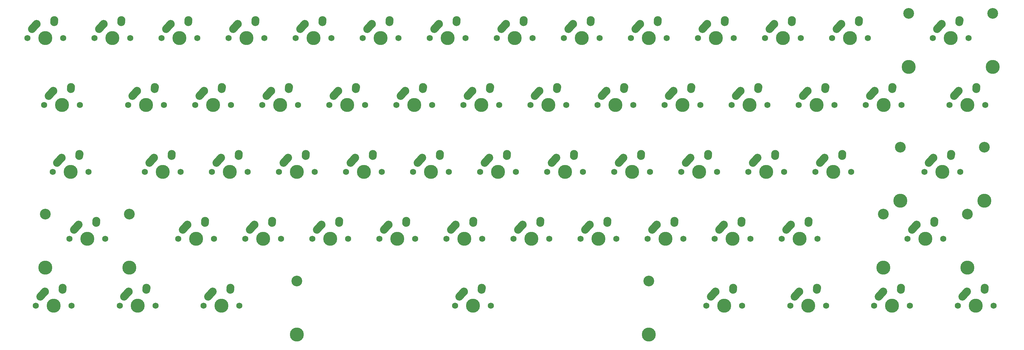
<source format=gbr>
%TF.GenerationSoftware,KiCad,Pcbnew,(6.0.5)*%
%TF.CreationDate,2023-04-01T18:57:01-04:00*%
%TF.ProjectId,paperweight 60,70617065-7277-4656-9967-68742036302e,rev?*%
%TF.SameCoordinates,Original*%
%TF.FileFunction,Soldermask,Bot*%
%TF.FilePolarity,Negative*%
%FSLAX46Y46*%
G04 Gerber Fmt 4.6, Leading zero omitted, Abs format (unit mm)*
G04 Created by KiCad (PCBNEW (6.0.5)) date 2023-04-01 18:57:01*
%MOMM*%
%LPD*%
G01*
G04 APERTURE LIST*
G04 Aperture macros list*
%AMHorizOval*
0 Thick line with rounded ends*
0 $1 width*
0 $2 $3 position (X,Y) of the first rounded end (center of the circle)*
0 $4 $5 position (X,Y) of the second rounded end (center of the circle)*
0 Add line between two ends*
20,1,$1,$2,$3,$4,$5,0*
0 Add two circle primitives to create the rounded ends*
1,1,$1,$2,$3*
1,1,$1,$4,$5*%
G04 Aperture macros list end*
%ADD10C,1.750000*%
%ADD11C,3.987800*%
%ADD12C,2.250000*%
%ADD13HorizOval,2.250000X0.655001X0.730000X-0.655001X-0.730000X0*%
%ADD14HorizOval,2.250000X0.020000X0.290000X-0.020000X-0.290000X0*%
%ADD15C,3.048000*%
G04 APERTURE END LIST*
D10*
%TO.C,MX61*%
X271145000Y-50800000D03*
D11*
X276225000Y-50800000D03*
D10*
X281305000Y-50800000D03*
D12*
X273725000Y-46800000D03*
D13*
X273070001Y-47530000D03*
D14*
X278745000Y-46010000D03*
D12*
X278765000Y-45720000D03*
%TD*%
D10*
%TO.C,MX60*%
X276542500Y-31750000D03*
D11*
X283400500Y-40005000D03*
X271462500Y-31750000D03*
D15*
X283400500Y-24765000D03*
D11*
X259524500Y-40005000D03*
D10*
X266382500Y-31750000D03*
D15*
X259524500Y-24765000D03*
D13*
X268307501Y-28480000D03*
D12*
X268962500Y-27750000D03*
D14*
X273982500Y-26960000D03*
D12*
X274002500Y-26670000D03*
%TD*%
D15*
%TO.C,MX59*%
X281019250Y-62865000D03*
D11*
X257143250Y-78105000D03*
D10*
X274161250Y-69850000D03*
D15*
X257143250Y-62865000D03*
D11*
X269081250Y-69850000D03*
D10*
X264001250Y-69850000D03*
D11*
X281019250Y-78105000D03*
D12*
X266581250Y-65850000D03*
D13*
X265926251Y-66580000D03*
D12*
X271621250Y-64770000D03*
D14*
X271601250Y-65060000D03*
%TD*%
D10*
%TO.C,MX58*%
X257492500Y-50800000D03*
X247332500Y-50800000D03*
D11*
X252412500Y-50800000D03*
D12*
X249912500Y-46800000D03*
D13*
X249257501Y-47530000D03*
D12*
X254952500Y-45720000D03*
D14*
X254932500Y-46010000D03*
%TD*%
D10*
%TO.C,MX57*%
X247967500Y-31750000D03*
X237807500Y-31750000D03*
D11*
X242887500Y-31750000D03*
D12*
X240387500Y-27750000D03*
D13*
X239732501Y-28480000D03*
D12*
X245427500Y-26670000D03*
D14*
X245407500Y-26960000D03*
%TD*%
D15*
%TO.C,MX56*%
X252380750Y-81915000D03*
D11*
X252380750Y-97155000D03*
D10*
X259238750Y-88900000D03*
D11*
X276256750Y-97155000D03*
D10*
X269398750Y-88900000D03*
D11*
X264318750Y-88900000D03*
D15*
X276256750Y-81915000D03*
D12*
X261818750Y-84900000D03*
D13*
X261163751Y-85630000D03*
D14*
X266838750Y-84110000D03*
D12*
X266858750Y-83820000D03*
%TD*%
D10*
%TO.C,MX55*%
X243205000Y-69850000D03*
X233045000Y-69850000D03*
D11*
X238125000Y-69850000D03*
D12*
X235625000Y-65850000D03*
D13*
X234970001Y-66580000D03*
D12*
X240665000Y-64770000D03*
D14*
X240645000Y-65060000D03*
%TD*%
D10*
%TO.C,MX54*%
X238442500Y-50800000D03*
X228282500Y-50800000D03*
D11*
X233362500Y-50800000D03*
D12*
X230862500Y-46800000D03*
D13*
X230207501Y-47530000D03*
D12*
X235902500Y-45720000D03*
D14*
X235882500Y-46010000D03*
%TD*%
D10*
%TO.C,MX53*%
X228917500Y-31750000D03*
X218757500Y-31750000D03*
D11*
X223837500Y-31750000D03*
D12*
X221337500Y-27750000D03*
D13*
X220682501Y-28480000D03*
D12*
X226377500Y-26670000D03*
D14*
X226357500Y-26960000D03*
%TD*%
D10*
%TO.C,MX52*%
X233680000Y-88900000D03*
X223520000Y-88900000D03*
D11*
X228600000Y-88900000D03*
D12*
X226100000Y-84900000D03*
D13*
X225445001Y-85630000D03*
D12*
X231140000Y-83820000D03*
D14*
X231120000Y-84110000D03*
%TD*%
D10*
%TO.C,MX51*%
X224155000Y-69850000D03*
X213995000Y-69850000D03*
D11*
X219075000Y-69850000D03*
D12*
X216575000Y-65850000D03*
D13*
X215920001Y-66580000D03*
D12*
X221615000Y-64770000D03*
D14*
X221595000Y-65060000D03*
%TD*%
D10*
%TO.C,MX50*%
X219392500Y-50800000D03*
X209232500Y-50800000D03*
D11*
X214312500Y-50800000D03*
D12*
X211812500Y-46800000D03*
D13*
X211157501Y-47530000D03*
D12*
X216852500Y-45720000D03*
D14*
X216832500Y-46010000D03*
%TD*%
D10*
%TO.C,MX49*%
X209867500Y-31750000D03*
X199707500Y-31750000D03*
D11*
X204787500Y-31750000D03*
D12*
X202287500Y-27750000D03*
D13*
X201632501Y-28480000D03*
D12*
X207327500Y-26670000D03*
D14*
X207307500Y-26960000D03*
%TD*%
D10*
%TO.C,MX48*%
X214630000Y-88900000D03*
X204470000Y-88900000D03*
D11*
X209550000Y-88900000D03*
D12*
X207050000Y-84900000D03*
D13*
X206395001Y-85630000D03*
D12*
X212090000Y-83820000D03*
D14*
X212070000Y-84110000D03*
%TD*%
D10*
%TO.C,MX47*%
X205105000Y-69850000D03*
X194945000Y-69850000D03*
D11*
X200025000Y-69850000D03*
D12*
X197525000Y-65850000D03*
D13*
X196870001Y-66580000D03*
D12*
X202565000Y-64770000D03*
D14*
X202545000Y-65060000D03*
%TD*%
D10*
%TO.C,MX46*%
X200342500Y-50800000D03*
X190182500Y-50800000D03*
D11*
X195262500Y-50800000D03*
D12*
X192762500Y-46800000D03*
D13*
X192107501Y-47530000D03*
D12*
X197802500Y-45720000D03*
D14*
X197782500Y-46010000D03*
%TD*%
D10*
%TO.C,MX45*%
X190817500Y-31750000D03*
X180657500Y-31750000D03*
D11*
X185737500Y-31750000D03*
D12*
X183237500Y-27750000D03*
D13*
X182582501Y-28480000D03*
D12*
X188277500Y-26670000D03*
D14*
X188257500Y-26960000D03*
%TD*%
D10*
%TO.C,MX44*%
X195580000Y-88900000D03*
X185420000Y-88900000D03*
D11*
X190500000Y-88900000D03*
D12*
X188000000Y-84900000D03*
D13*
X187345001Y-85630000D03*
D12*
X193040000Y-83820000D03*
D14*
X193020000Y-84110000D03*
%TD*%
D10*
%TO.C,MX43*%
X186055000Y-69850000D03*
X175895000Y-69850000D03*
D11*
X180975000Y-69850000D03*
D12*
X178475000Y-65850000D03*
D13*
X177820001Y-66580000D03*
D12*
X183515000Y-64770000D03*
D14*
X183495000Y-65060000D03*
%TD*%
D10*
%TO.C,MX42*%
X181292500Y-50800000D03*
X171132500Y-50800000D03*
D11*
X176212500Y-50800000D03*
D12*
X173712500Y-46800000D03*
D13*
X173057501Y-47530000D03*
D12*
X178752500Y-45720000D03*
D14*
X178732500Y-46010000D03*
%TD*%
D10*
%TO.C,MX41*%
X171767500Y-31750000D03*
X161607500Y-31750000D03*
D11*
X166687500Y-31750000D03*
D12*
X164187500Y-27750000D03*
D13*
X163532501Y-28480000D03*
D12*
X169227500Y-26670000D03*
D14*
X169207500Y-26960000D03*
%TD*%
D10*
%TO.C,MX40*%
X273526250Y-107950000D03*
X283686250Y-107950000D03*
D11*
X278606250Y-107950000D03*
D13*
X275451251Y-104680000D03*
D12*
X276106250Y-103950000D03*
X281146250Y-102870000D03*
D14*
X281126250Y-103160000D03*
%TD*%
D10*
%TO.C,MX39*%
X176530000Y-88900000D03*
X166370000Y-88900000D03*
D11*
X171450000Y-88900000D03*
D12*
X168950000Y-84900000D03*
D13*
X168295001Y-85630000D03*
D12*
X173990000Y-83820000D03*
D14*
X173970000Y-84110000D03*
%TD*%
D10*
%TO.C,MX38*%
X167005000Y-69850000D03*
X156845000Y-69850000D03*
D11*
X161925000Y-69850000D03*
D12*
X159425000Y-65850000D03*
D13*
X158770001Y-66580000D03*
D12*
X164465000Y-64770000D03*
D14*
X164445000Y-65060000D03*
%TD*%
D10*
%TO.C,MX37*%
X162242500Y-50800000D03*
X152082500Y-50800000D03*
D11*
X157162500Y-50800000D03*
D12*
X154662500Y-46800000D03*
D13*
X154007501Y-47530000D03*
D12*
X159702500Y-45720000D03*
D14*
X159682500Y-46010000D03*
%TD*%
D10*
%TO.C,MX36*%
X152717500Y-31750000D03*
X142557500Y-31750000D03*
D11*
X147637500Y-31750000D03*
D12*
X145137500Y-27750000D03*
D13*
X144482501Y-28480000D03*
D12*
X150177500Y-26670000D03*
D14*
X150157500Y-26960000D03*
%TD*%
D10*
%TO.C,MX35*%
X249713750Y-107950000D03*
X259873750Y-107950000D03*
D11*
X254793750Y-107950000D03*
D13*
X251638751Y-104680000D03*
D12*
X252293750Y-103950000D03*
X257333750Y-102870000D03*
D14*
X257313750Y-103160000D03*
%TD*%
D10*
%TO.C,MX34*%
X157480000Y-88900000D03*
X147320000Y-88900000D03*
D11*
X152400000Y-88900000D03*
D12*
X149900000Y-84900000D03*
D13*
X149245001Y-85630000D03*
D12*
X154940000Y-83820000D03*
D14*
X154920000Y-84110000D03*
%TD*%
D10*
%TO.C,MX33*%
X147955000Y-69850000D03*
X137795000Y-69850000D03*
D11*
X142875000Y-69850000D03*
D12*
X140375000Y-65850000D03*
D13*
X139720001Y-66580000D03*
D12*
X145415000Y-64770000D03*
D14*
X145395000Y-65060000D03*
%TD*%
D10*
%TO.C,MX32*%
X143192500Y-50800000D03*
X133032500Y-50800000D03*
D11*
X138112500Y-50800000D03*
D12*
X135612500Y-46800000D03*
D13*
X134957501Y-47530000D03*
D12*
X140652500Y-45720000D03*
D14*
X140632500Y-46010000D03*
%TD*%
D10*
%TO.C,MX31*%
X133667500Y-31750000D03*
X123507500Y-31750000D03*
D11*
X128587500Y-31750000D03*
D12*
X126087500Y-27750000D03*
D13*
X125432501Y-28480000D03*
D12*
X131127500Y-26670000D03*
D14*
X131107500Y-26960000D03*
%TD*%
D10*
%TO.C,MX30*%
X225901250Y-107950000D03*
X236061250Y-107950000D03*
D11*
X230981250Y-107950000D03*
D13*
X227826251Y-104680000D03*
D12*
X228481250Y-103950000D03*
X233521250Y-102870000D03*
D14*
X233501250Y-103160000D03*
%TD*%
D10*
%TO.C,MX29*%
X138430000Y-88900000D03*
X128270000Y-88900000D03*
D11*
X133350000Y-88900000D03*
D12*
X130850000Y-84900000D03*
D13*
X130195001Y-85630000D03*
D12*
X135890000Y-83820000D03*
D14*
X135870000Y-84110000D03*
%TD*%
D10*
%TO.C,MX28*%
X128905000Y-69850000D03*
X118745000Y-69850000D03*
D11*
X123825000Y-69850000D03*
D12*
X121325000Y-65850000D03*
D13*
X120670001Y-66580000D03*
D12*
X126365000Y-64770000D03*
D14*
X126345000Y-65060000D03*
%TD*%
D10*
%TO.C,MX27*%
X124142500Y-50800000D03*
X113982500Y-50800000D03*
D11*
X119062500Y-50800000D03*
D12*
X116562500Y-46800000D03*
D13*
X115907501Y-47530000D03*
D12*
X121602500Y-45720000D03*
D14*
X121582500Y-46010000D03*
%TD*%
D10*
%TO.C,MX26*%
X114617500Y-31750000D03*
X104457500Y-31750000D03*
D11*
X109537500Y-31750000D03*
D12*
X107037500Y-27750000D03*
D13*
X106382501Y-28480000D03*
D12*
X112077500Y-26670000D03*
D14*
X112057500Y-26960000D03*
%TD*%
D10*
%TO.C,MX25*%
X202088750Y-107950000D03*
X212248750Y-107950000D03*
D11*
X207168750Y-107950000D03*
D13*
X204013751Y-104680000D03*
D12*
X204668750Y-103950000D03*
X209708750Y-102870000D03*
D14*
X209688750Y-103160000D03*
%TD*%
D10*
%TO.C,MX24*%
X119380000Y-88900000D03*
X109220000Y-88900000D03*
D11*
X114300000Y-88900000D03*
D12*
X111800000Y-84900000D03*
D13*
X111145001Y-85630000D03*
D12*
X116840000Y-83820000D03*
D14*
X116820000Y-84110000D03*
%TD*%
D10*
%TO.C,MX23*%
X109855000Y-69850000D03*
X99695000Y-69850000D03*
D11*
X104775000Y-69850000D03*
D12*
X102275000Y-65850000D03*
D13*
X101620001Y-66580000D03*
D12*
X107315000Y-64770000D03*
D14*
X107295000Y-65060000D03*
%TD*%
D10*
%TO.C,MX22*%
X105092500Y-50800000D03*
X94932500Y-50800000D03*
D11*
X100012500Y-50800000D03*
D12*
X97512500Y-46800000D03*
D13*
X96857501Y-47530000D03*
D12*
X102552500Y-45720000D03*
D14*
X102532500Y-46010000D03*
%TD*%
D10*
%TO.C,MX21*%
X95567500Y-31750000D03*
X85407500Y-31750000D03*
D11*
X90487500Y-31750000D03*
D12*
X87987500Y-27750000D03*
D13*
X87332501Y-28480000D03*
D12*
X93027500Y-26670000D03*
D14*
X93007500Y-26960000D03*
%TD*%
D15*
%TO.C,MX20*%
X85731350Y-100965000D03*
D10*
X130651250Y-107950000D03*
D11*
X85731350Y-116205000D03*
D10*
X140811250Y-107950000D03*
D11*
X185731150Y-116205000D03*
D15*
X185731150Y-100965000D03*
D11*
X135731250Y-107950000D03*
D12*
X133231250Y-103950000D03*
D13*
X132576251Y-104680000D03*
D14*
X138251250Y-103160000D03*
D12*
X138271250Y-102870000D03*
%TD*%
D10*
%TO.C,MX19*%
X100330000Y-88900000D03*
X90170000Y-88900000D03*
D11*
X95250000Y-88900000D03*
D12*
X92750000Y-84900000D03*
D13*
X92095001Y-85630000D03*
D12*
X97790000Y-83820000D03*
D14*
X97770000Y-84110000D03*
%TD*%
D10*
%TO.C,MX18*%
X90805000Y-69850000D03*
X80645000Y-69850000D03*
D11*
X85725000Y-69850000D03*
D12*
X83225000Y-65850000D03*
D13*
X82570001Y-66580000D03*
D12*
X88265000Y-64770000D03*
D14*
X88245000Y-65060000D03*
%TD*%
D10*
%TO.C,MX17*%
X86042500Y-50800000D03*
X75882500Y-50800000D03*
D11*
X80962500Y-50800000D03*
D12*
X78462500Y-46800000D03*
D13*
X77807501Y-47530000D03*
D12*
X83502500Y-45720000D03*
D14*
X83482500Y-46010000D03*
%TD*%
D10*
%TO.C,MX16*%
X76517500Y-31750000D03*
X66357500Y-31750000D03*
D11*
X71437500Y-31750000D03*
D12*
X68937500Y-27750000D03*
D13*
X68282501Y-28480000D03*
D12*
X73977500Y-26670000D03*
D14*
X73957500Y-26960000D03*
%TD*%
D10*
%TO.C,MX15*%
X59213750Y-107950000D03*
X69373750Y-107950000D03*
D11*
X64293750Y-107950000D03*
D13*
X61138751Y-104680000D03*
D12*
X61793750Y-103950000D03*
X66833750Y-102870000D03*
D14*
X66813750Y-103160000D03*
%TD*%
D10*
%TO.C,MX14*%
X81280000Y-88900000D03*
X71120000Y-88900000D03*
D11*
X76200000Y-88900000D03*
D12*
X73700000Y-84900000D03*
D13*
X73045001Y-85630000D03*
D12*
X78740000Y-83820000D03*
D14*
X78720000Y-84110000D03*
%TD*%
D10*
%TO.C,MX13*%
X71755000Y-69850000D03*
X61595000Y-69850000D03*
D11*
X66675000Y-69850000D03*
D12*
X64175000Y-65850000D03*
D13*
X63520001Y-66580000D03*
D12*
X69215000Y-64770000D03*
D14*
X69195000Y-65060000D03*
%TD*%
D10*
%TO.C,MX12*%
X66992500Y-50800000D03*
X56832500Y-50800000D03*
D11*
X61912500Y-50800000D03*
D12*
X59412500Y-46800000D03*
D13*
X58757501Y-47530000D03*
D12*
X64452500Y-45720000D03*
D14*
X64432500Y-46010000D03*
%TD*%
D10*
%TO.C,MX11*%
X57467500Y-31750000D03*
X47307500Y-31750000D03*
D11*
X52387500Y-31750000D03*
D12*
X49887500Y-27750000D03*
D13*
X49232501Y-28480000D03*
D12*
X54927500Y-26670000D03*
D14*
X54907500Y-26960000D03*
%TD*%
D10*
%TO.C,MX10*%
X35401250Y-107950000D03*
X45561250Y-107950000D03*
D11*
X40481250Y-107950000D03*
D13*
X37326251Y-104680000D03*
D12*
X37981250Y-103950000D03*
X43021250Y-102870000D03*
D14*
X43001250Y-103160000D03*
%TD*%
D10*
%TO.C,MX9*%
X62230000Y-88900000D03*
X52070000Y-88900000D03*
D11*
X57150000Y-88900000D03*
D12*
X54650000Y-84900000D03*
D13*
X53995001Y-85630000D03*
D12*
X59690000Y-83820000D03*
D14*
X59670000Y-84110000D03*
%TD*%
D10*
%TO.C,MX8*%
X52705000Y-69850000D03*
X42545000Y-69850000D03*
D11*
X47625000Y-69850000D03*
D12*
X45125000Y-65850000D03*
D13*
X44470001Y-66580000D03*
D12*
X50165000Y-64770000D03*
D14*
X50145000Y-65060000D03*
%TD*%
D10*
%TO.C,MX7*%
X47942500Y-50800000D03*
X37782500Y-50800000D03*
D11*
X42862500Y-50800000D03*
D12*
X40362500Y-46800000D03*
D13*
X39707501Y-47530000D03*
D12*
X45402500Y-45720000D03*
D14*
X45382500Y-46010000D03*
%TD*%
D10*
%TO.C,MX6*%
X38417500Y-31750000D03*
X28257500Y-31750000D03*
D11*
X33337500Y-31750000D03*
D12*
X30837500Y-27750000D03*
D13*
X30182501Y-28480000D03*
D12*
X35877500Y-26670000D03*
D14*
X35857500Y-26960000D03*
%TD*%
D10*
%TO.C,MX5*%
X11588750Y-107950000D03*
X21748750Y-107950000D03*
D11*
X16668750Y-107950000D03*
D13*
X13513751Y-104680000D03*
D12*
X14168750Y-103950000D03*
X19208750Y-102870000D03*
D14*
X19188750Y-103160000D03*
%TD*%
D15*
%TO.C,MX4*%
X38131750Y-81915000D03*
D11*
X14255750Y-97155000D03*
D10*
X31273750Y-88900000D03*
D15*
X14255750Y-81915000D03*
D11*
X26193750Y-88900000D03*
D10*
X21113750Y-88900000D03*
D11*
X38131750Y-97155000D03*
D12*
X23693750Y-84900000D03*
D13*
X23038751Y-85630000D03*
D12*
X28733750Y-83820000D03*
D14*
X28713750Y-84110000D03*
%TD*%
D10*
%TO.C,MX3*%
X26511250Y-69850000D03*
X16351250Y-69850000D03*
D11*
X21431250Y-69850000D03*
D13*
X18276251Y-66580000D03*
D12*
X18931250Y-65850000D03*
D14*
X23951250Y-65060000D03*
D12*
X23971250Y-64770000D03*
%TD*%
D10*
%TO.C,MX2*%
X13970000Y-50800000D03*
D11*
X19050000Y-50800000D03*
D10*
X24130000Y-50800000D03*
D12*
X16550000Y-46800000D03*
D13*
X15895001Y-47530000D03*
D14*
X21570000Y-46010000D03*
D12*
X21590000Y-45720000D03*
%TD*%
D10*
%TO.C,MX1*%
X19367500Y-31750000D03*
X9207500Y-31750000D03*
D11*
X14287500Y-31750000D03*
D12*
X11787500Y-27750000D03*
D13*
X11132501Y-28480000D03*
D12*
X16827500Y-26670000D03*
D14*
X16807500Y-26960000D03*
%TD*%
M02*

</source>
